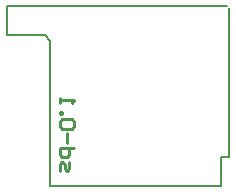
<source format=gbo>
G04*
G04 #@! TF.GenerationSoftware,Altium Limited,Altium Designer,20.2.7 (254)*
G04*
G04 Layer_Color=57008*
%FSLAX25Y25*%
%MOIN*%
G70*
G04*
G04 #@! TF.SameCoordinates,65B7B059-FB59-48BD-AA0F-4341BAAC0913*
G04*
G04*
G04 #@! TF.FilePolarity,Positive*
G04*
G01*
G75*
%ADD10C,0.00787*%
%ADD30C,0.01000*%
D10*
X71659Y394D02*
Y10277D01*
X74606D01*
X394Y50689D02*
Y60532D01*
Y50689D02*
X12992D01*
X14764Y48917D01*
Y394D02*
Y48917D01*
Y394D02*
X71659D01*
X74606Y10277D02*
Y59744D01*
X394Y60532D02*
X73819D01*
D30*
X18126Y5429D02*
Y7791D01*
X18913Y8578D01*
X19700Y7791D01*
Y6216D01*
X20487Y5429D01*
X21275Y6216D01*
Y8578D01*
X22849Y13301D02*
X18126D01*
Y10939D01*
X18913Y10152D01*
X20487D01*
X21275Y10939D01*
Y13301D01*
X20487Y14875D02*
Y18023D01*
X22062Y19598D02*
X22849Y20385D01*
Y21959D01*
X22062Y22746D01*
X18913D01*
X18126Y21959D01*
Y20385D01*
X18913Y19598D01*
X22062D01*
X18126Y24321D02*
X18913D01*
Y25108D01*
X18126D01*
Y24321D01*
Y28256D02*
Y29831D01*
Y29043D01*
X22849D01*
X22062Y28256D01*
M02*

</source>
